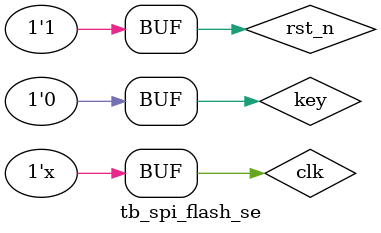
<source format=v>
`timescale  1ns/1ns

module  tb_spi_flash_se();

//wire  define
wire    cs_n;
wire    sck ;
wire    mosi ;

//reg   define
reg     clk     ;
reg     rst_n   ;
reg     key     ;

//时钟、复位信号、模拟按键信号
initial
    begin
        clk =   0;
        rst_n   <=  0;
        key <=  0;
        #100
        rst_n   <=  1;
        #1000
        key <=  1;
        #20
        key <=  0;
    end

always  #10 clk <=  ~clk;

defparam memory.mem_access.initfile = "initmemory.txt";

//-------------spi_flash_se-------------
spi_flash_se    spi_flash_se_inst
(
    .sys_clk    (clk    ),  //系统时钟，频率50MHz
    .sys_rst_n  (rst_n  ),  //复位信号,低电平有效
    .pi_key     (key    ),  //按键输入信号

    .sck        (sck    ),  //串行时钟
    .cs_n       (cs_n   ),  //片选信号
    .mosi       (mosi   )   //主输出从输入数据
);

m25p16  memory
(
    .c          (sck    ),  //输入串行时钟,频率12.5Mhz,1bit
    .data_in    (mosi   ),  //输入串行指令或数据,1bit
    .s          (cs_n   ),  //输入片选信号,1bit
    .w          (1'b1   ),  //输入写保护信号,低有效,1bit
    .hold       (1'b1   ),  //输入hold信号,低有效,1bit

    .data_out   (       )   //输出串行数据
);


endmodule
</source>
